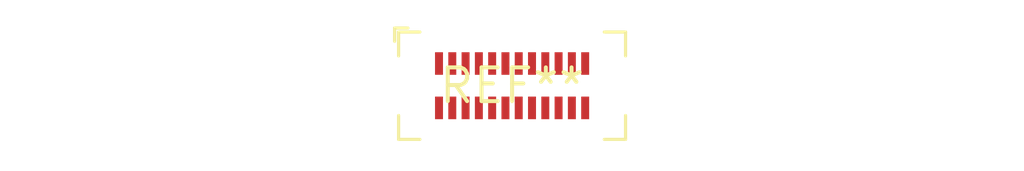
<source format=kicad_pcb>
(kicad_pcb (version 20240108) (generator pcbnew)
  (layers (0 "F.Cu" signal) (31 "B.Cu" signal) (34 "B.Paste" user) (35 "F.Paste" user) (36 "B.SilkS" user "B.Silkscreen") (37 "F.SilkS" user "F.Silkscreen") (38 "B.Mask" user) (39 "F.Mask" user) (44 "Edge.Cuts" user))
  (net 0 "")
  (footprint "USB_C_Receptacle_GCT_USB4115-03-C" (layer "F.Cu") (at 0 0)
    (property "Reference" "REF**")
    (property "Value" "USB_C_Receptacle_GCT_USB4115-03-C")
    (fp_line (start -4.42 -2.17) (end -4.42 -1.67) (layer "F.SilkS") (stroke (width 0.12)))
    (fp_line (start -4.42 -2.17) (end -3.92 -2.17) (layer "F.SilkS") (stroke (width 0.12)))
    (fp_line (start -4.27 -2.02) (end -4.27 -1.12) (layer "F.SilkS") (stroke (width 0.12)))
    (fp_line (start -4.27 -2.02) (end -3.47 -2.02) (layer "F.SilkS") (stroke (width 0.12)))
    (fp_line (start -4.27 2.02) (end -4.27 1.12) (layer "F.SilkS") (stroke (width 0.12)))
    (fp_line (start -4.27 2.02) (end -3.47 2.02) (layer "F.SilkS") (stroke (width 0.12)))
    (fp_line (start 4.27 -2.02) (end 3.47 -2.02) (layer "F.SilkS") (stroke (width 0.12)))
    (fp_line (start 4.27 -2.02) (end 4.27 -1.12) (layer "F.SilkS") (stroke (width 0.12)))
    (fp_line (start 4.27 2.02) (end 3.47 2.02) (layer "F.SilkS") (stroke (width 0.12)))
    (fp_line (start 4.27 2.02) (end 4.27 1.12) (layer "F.SilkS") (stroke (width 0.12)))
    (pad "" np_thru_hole circle (at -3.75 0) (size 0.66 0.66) (drill 0.66) (layers F&B.Cu *.Mask))
    (pad "" np_thru_hole oval (at 3.75 0) (size 1 0.58) (drill oval 1 0.58) (layers F&B.Cu *.Mask))
    (pad "A1" smd rect (at -2.75 -0.835) (size 0.3 0.85) (layers "F.Cu" "F.Paste" "F.Mask"))
    (pad "A2" smd rect (at -2.25 -0.835) (size 0.3 0.85) (layers "F.Cu" "F.Paste" "F.Mask"))
    (pad "A3" smd rect (at -1.75 -0.835) (size 0.3 0.85) (layers "F.Cu" "F.Paste" "F.Mask"))
    (pad "A4" smd rect (at -1.25 -0.835) (size 0.3 0.85) (layers "F.Cu" "F.Paste" "F.Mask"))
    (pad "A5" smd rect (at -0.75 -0.835) (size 0.3 0.85) (layers "F.Cu" "F.Paste" "F.Mask"))
    (pad "A6" smd rect (at -0.25 -0.835) (size 0.3 0.85) (layers "F.Cu" "F.Paste" "F.Mask"))
    (pad "A7" smd rect (at 0.25 -0.835) (size 0.3 0.85) (layers "F.Cu" "F.Paste" "F.Mask"))
    (pad "A8" smd rect (at 0.75 -0.835) (size 0.3 0.85) (layers "F.Cu" "F.Paste" "F.Mask"))
    (pad "A9" smd rect (at 1.25 -0.835) (size 0.3 0.85) (layers "F.Cu" "F.Paste" "F.Mask"))
    (pad "A10" smd rect (at 1.75 -0.835) (size 0.3 0.85) (layers "F.Cu" "F.Paste" "F.Mask"))
    (pad "A11" smd rect (at 2.25 -0.835) (size 0.3 0.85) (layers "F.Cu" "F.Paste" "F.Mask"))
    (pad "A12" smd rect (at 2.75 -0.835) (size 0.3 0.85) (layers "F.Cu" "F.Paste" "F.Mask"))
    (pad "B1" smd rect (at 2.75 0.835) (size 0.3 0.85) (layers "F.Cu" "F.Paste" "F.Mask"))
    (pad "B2" smd rect (at 2.25 0.835) (size 0.3 0.85) (layers "F.Cu" "F.Paste" "F.Mask"))
    (pad "B3" smd rect (at 1.75 0.835) (size 0.3 0.85) (layers "F.Cu" "F.Paste" "F.Mask"))
    (pad "B4" smd rect (at 1.25 0.835) (size 0.3 0.85) (layers "F.Cu" "F.Paste" "F.Mask"))
    (pad "B5" smd rect (at 0.75 0.835) (size 0.3 0.85) (layers "F.Cu" "F.Paste" "F.Mask"))
    (pad "B6" smd rect (at 0.25 0.835) (size 0.3 0.85) (layers "F.Cu" "F.Paste" "F.Mask"))
    (pad "B7" smd rect (at -0.25 0.835) (size 0.3 0.85) (layers "F.Cu" "F.Paste" "F.Mask"))
    (pad "B8" smd rect (at -0.75 0.835) (size 0.3 0.85) (layers "F.Cu" "F.Paste" "F.Mask"))
    (pad "B9" smd rect (at -1.25 0.835) (size 0.3 0.85) (layers "F.Cu" "F.Paste" "F.Mask"))
    (pad "B10" smd rect (at -1.75 0.835) (size 0.3 0.85) (layers "F.Cu" "F.Paste" "F.Mask"))
    (pad "B11" smd rect (at -2.25 0.835) (size 0.3 0.85) (layers "F.Cu" "F.Paste" "F.Mask"))
    (pad "B12" smd rect (at -2.75 0.835) (size 0.3 0.85) (layers "F.Cu" "F.Paste" "F.Mask"))
    (pad "S1" thru_hole circle (at -2.4 -2.15) (size 1.1 1.1) (drill 0.7) (layers *.Cu *.Mask "F.Paste") (remove_unused_layers))
    (pad "S1" thru_hole circle (at -2.4 2.15) (size 1.1 1.1) (drill 0.7) (layers *.Cu *.Mask "F.Paste") (remove_unused_layers))
    (pad "S1" thru_hole circle (at 2.4 -2.15) (size 1.1 1.1) (drill 0.7) (layers *.Cu *.Mask "F.Paste") (remove_unused_layers))
    (pad "S1" thru_hole circle (at 2.4 2.15) (size 1.1 1.1) (drill 0.7) (layers *.Cu *.Mask "F.Paste") (remove_unused_layers))
  )
)
</source>
